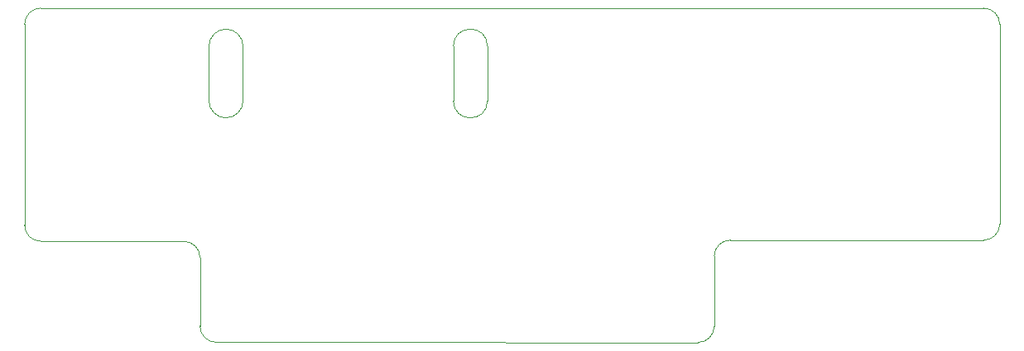
<source format=gbr>
%TF.GenerationSoftware,KiCad,Pcbnew,9.0.1*%
%TF.CreationDate,2025-08-31T12:24:42+10:00*%
%TF.ProjectId,smart_shunt_v0.0.1,736d6172-745f-4736-9875-6e745f76302e,v0.0.2*%
%TF.SameCoordinates,Original*%
%TF.FileFunction,Profile,NP*%
%FSLAX46Y46*%
G04 Gerber Fmt 4.6, Leading zero omitted, Abs format (unit mm)*
G04 Created by KiCad (PCBNEW 9.0.1) date 2025-08-31 12:24:42*
%MOMM*%
%LPD*%
G01*
G04 APERTURE LIST*
%TA.AperFunction,Profile*%
%ADD10C,0.050000*%
%TD*%
G04 APERTURE END LIST*
D10*
X182694256Y-90800000D02*
X208599999Y-90810000D01*
X157845522Y-70908020D02*
X157845522Y-76534596D01*
X208600000Y-67021309D02*
G75*
G02*
X210249991Y-68671310I0J-1649991D01*
G01*
X130099369Y-101271309D02*
G75*
G02*
X128449391Y-99621309I31J1650009D01*
G01*
X112166726Y-90921300D02*
G75*
G02*
X110516700Y-89271299I-26J1650000D01*
G01*
X154372099Y-70908020D02*
G75*
G02*
X157845523Y-70908020I1736712J0D01*
G01*
X126800000Y-90928130D02*
G75*
G02*
X128449570Y-92576673I0J-1649570D01*
G01*
X181049251Y-99638910D02*
G75*
G02*
X179399241Y-101288851I-1649951J10D01*
G01*
X130099400Y-101271309D02*
X140258811Y-101263629D01*
X110516725Y-89271299D02*
X110516726Y-68671300D01*
X129372099Y-70908021D02*
X129372099Y-76534597D01*
X157845522Y-76534596D02*
G75*
G02*
X154372100Y-76534596I-1736711J0D01*
G01*
X154372099Y-70908020D02*
X154372099Y-76534596D01*
X210249990Y-68671310D02*
X210250000Y-89160000D01*
X132845522Y-76534596D02*
G75*
G02*
X129372078Y-76534597I-1736722J-4D01*
G01*
X132845522Y-70908020D02*
X132845522Y-76534596D01*
X126800000Y-90928130D02*
X112166726Y-90920725D01*
X140258811Y-101263629D02*
X179399241Y-101288850D01*
X129372099Y-70908021D02*
G75*
G02*
X132845501Y-70908020I1736701J21D01*
G01*
X181049990Y-92450000D02*
G75*
G02*
X182700000Y-90799990I1650010J0D01*
G01*
X210250000Y-89160000D02*
G75*
G02*
X208599999Y-90810000I-1650000J0D01*
G01*
X128449369Y-99621309D02*
X128449590Y-92576673D01*
X181049251Y-99638910D02*
X181049990Y-92450000D01*
X112166726Y-67021298D02*
X208600000Y-67021309D01*
X110516726Y-68671298D02*
G75*
G02*
X112166726Y-67021326I1649974J-2D01*
G01*
M02*

</source>
